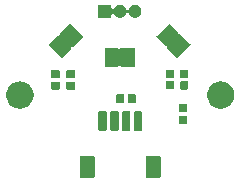
<source format=gbr>
G04 #@! TF.GenerationSoftware,KiCad,Pcbnew,(5.1.5-0-10_14)*
G04 #@! TF.CreationDate,2020-09-21T02:14:23+02:00*
G04 #@! TF.ProjectId,Encoder,456e636f-6465-4722-9e6b-696361645f70,rev?*
G04 #@! TF.SameCoordinates,Original*
G04 #@! TF.FileFunction,Soldermask,Top*
G04 #@! TF.FilePolarity,Negative*
%FSLAX46Y46*%
G04 Gerber Fmt 4.6, Leading zero omitted, Abs format (unit mm)*
G04 Created by KiCad (PCBNEW (5.1.5-0-10_14)) date 2020-09-21 02:14:23*
%MOMM*%
%LPD*%
G04 APERTURE LIST*
%ADD10C,0.100000*%
G04 APERTURE END LIST*
D10*
G36*
X120479242Y-98440404D02*
G01*
X120516337Y-98451657D01*
X120550515Y-98469925D01*
X120580481Y-98494519D01*
X120605075Y-98524485D01*
X120623343Y-98558663D01*
X120634596Y-98595758D01*
X120639000Y-98640474D01*
X120639000Y-100133526D01*
X120634596Y-100178242D01*
X120623343Y-100215337D01*
X120605075Y-100249515D01*
X120580481Y-100279481D01*
X120550515Y-100304075D01*
X120516337Y-100322343D01*
X120479242Y-100333596D01*
X120434526Y-100338000D01*
X119541474Y-100338000D01*
X119496758Y-100333596D01*
X119459663Y-100322343D01*
X119425485Y-100304075D01*
X119395519Y-100279481D01*
X119370925Y-100249515D01*
X119352657Y-100215337D01*
X119341404Y-100178242D01*
X119337000Y-100133526D01*
X119337000Y-98640474D01*
X119341404Y-98595758D01*
X119352657Y-98558663D01*
X119370925Y-98524485D01*
X119395519Y-98494519D01*
X119425485Y-98469925D01*
X119459663Y-98451657D01*
X119496758Y-98440404D01*
X119541474Y-98436000D01*
X120434526Y-98436000D01*
X120479242Y-98440404D01*
G37*
G36*
X114879242Y-98440404D02*
G01*
X114916337Y-98451657D01*
X114950515Y-98469925D01*
X114980481Y-98494519D01*
X115005075Y-98524485D01*
X115023343Y-98558663D01*
X115034596Y-98595758D01*
X115039000Y-98640474D01*
X115039000Y-100133526D01*
X115034596Y-100178242D01*
X115023343Y-100215337D01*
X115005075Y-100249515D01*
X114980481Y-100279481D01*
X114950515Y-100304075D01*
X114916337Y-100322343D01*
X114879242Y-100333596D01*
X114834526Y-100338000D01*
X113941474Y-100338000D01*
X113896758Y-100333596D01*
X113859663Y-100322343D01*
X113825485Y-100304075D01*
X113795519Y-100279481D01*
X113770925Y-100249515D01*
X113752657Y-100215337D01*
X113741404Y-100178242D01*
X113737000Y-100133526D01*
X113737000Y-98640474D01*
X113741404Y-98595758D01*
X113752657Y-98558663D01*
X113770925Y-98524485D01*
X113795519Y-98494519D01*
X113825485Y-98469925D01*
X113859663Y-98451657D01*
X113896758Y-98440404D01*
X113941474Y-98436000D01*
X114834526Y-98436000D01*
X114879242Y-98440404D01*
G37*
G36*
X118947928Y-94688764D02*
G01*
X118969009Y-94695160D01*
X118988445Y-94705548D01*
X119005476Y-94719524D01*
X119019452Y-94736555D01*
X119029840Y-94755991D01*
X119036236Y-94777072D01*
X119039000Y-94805140D01*
X119039000Y-96218860D01*
X119036236Y-96246928D01*
X119029840Y-96268009D01*
X119019452Y-96287445D01*
X119005476Y-96304476D01*
X118988445Y-96318452D01*
X118969009Y-96328840D01*
X118947928Y-96335236D01*
X118919860Y-96338000D01*
X118456140Y-96338000D01*
X118428072Y-96335236D01*
X118406991Y-96328840D01*
X118387555Y-96318452D01*
X118370524Y-96304476D01*
X118356548Y-96287445D01*
X118346160Y-96268009D01*
X118339764Y-96246928D01*
X118337000Y-96218860D01*
X118337000Y-94805140D01*
X118339764Y-94777072D01*
X118346160Y-94755991D01*
X118356548Y-94736555D01*
X118370524Y-94719524D01*
X118387555Y-94705548D01*
X118406991Y-94695160D01*
X118428072Y-94688764D01*
X118456140Y-94686000D01*
X118919860Y-94686000D01*
X118947928Y-94688764D01*
G37*
G36*
X117947928Y-94688764D02*
G01*
X117969009Y-94695160D01*
X117988445Y-94705548D01*
X118005476Y-94719524D01*
X118019452Y-94736555D01*
X118029840Y-94755991D01*
X118036236Y-94777072D01*
X118039000Y-94805140D01*
X118039000Y-96218860D01*
X118036236Y-96246928D01*
X118029840Y-96268009D01*
X118019452Y-96287445D01*
X118005476Y-96304476D01*
X117988445Y-96318452D01*
X117969009Y-96328840D01*
X117947928Y-96335236D01*
X117919860Y-96338000D01*
X117456140Y-96338000D01*
X117428072Y-96335236D01*
X117406991Y-96328840D01*
X117387555Y-96318452D01*
X117370524Y-96304476D01*
X117356548Y-96287445D01*
X117346160Y-96268009D01*
X117339764Y-96246928D01*
X117337000Y-96218860D01*
X117337000Y-94805140D01*
X117339764Y-94777072D01*
X117346160Y-94755991D01*
X117356548Y-94736555D01*
X117370524Y-94719524D01*
X117387555Y-94705548D01*
X117406991Y-94695160D01*
X117428072Y-94688764D01*
X117456140Y-94686000D01*
X117919860Y-94686000D01*
X117947928Y-94688764D01*
G37*
G36*
X116947928Y-94688764D02*
G01*
X116969009Y-94695160D01*
X116988445Y-94705548D01*
X117005476Y-94719524D01*
X117019452Y-94736555D01*
X117029840Y-94755991D01*
X117036236Y-94777072D01*
X117039000Y-94805140D01*
X117039000Y-96218860D01*
X117036236Y-96246928D01*
X117029840Y-96268009D01*
X117019452Y-96287445D01*
X117005476Y-96304476D01*
X116988445Y-96318452D01*
X116969009Y-96328840D01*
X116947928Y-96335236D01*
X116919860Y-96338000D01*
X116456140Y-96338000D01*
X116428072Y-96335236D01*
X116406991Y-96328840D01*
X116387555Y-96318452D01*
X116370524Y-96304476D01*
X116356548Y-96287445D01*
X116346160Y-96268009D01*
X116339764Y-96246928D01*
X116337000Y-96218860D01*
X116337000Y-94805140D01*
X116339764Y-94777072D01*
X116346160Y-94755991D01*
X116356548Y-94736555D01*
X116370524Y-94719524D01*
X116387555Y-94705548D01*
X116406991Y-94695160D01*
X116428072Y-94688764D01*
X116456140Y-94686000D01*
X116919860Y-94686000D01*
X116947928Y-94688764D01*
G37*
G36*
X115947928Y-94688764D02*
G01*
X115969009Y-94695160D01*
X115988445Y-94705548D01*
X116005476Y-94719524D01*
X116019452Y-94736555D01*
X116029840Y-94755991D01*
X116036236Y-94777072D01*
X116039000Y-94805140D01*
X116039000Y-96218860D01*
X116036236Y-96246928D01*
X116029840Y-96268009D01*
X116019452Y-96287445D01*
X116005476Y-96304476D01*
X115988445Y-96318452D01*
X115969009Y-96328840D01*
X115947928Y-96335236D01*
X115919860Y-96338000D01*
X115456140Y-96338000D01*
X115428072Y-96335236D01*
X115406991Y-96328840D01*
X115387555Y-96318452D01*
X115370524Y-96304476D01*
X115356548Y-96287445D01*
X115346160Y-96268009D01*
X115339764Y-96246928D01*
X115337000Y-96218860D01*
X115337000Y-94805140D01*
X115339764Y-94777072D01*
X115346160Y-94755991D01*
X115356548Y-94736555D01*
X115370524Y-94719524D01*
X115387555Y-94705548D01*
X115406991Y-94695160D01*
X115428072Y-94688764D01*
X115456140Y-94686000D01*
X115919860Y-94686000D01*
X115947928Y-94688764D01*
G37*
G36*
X122769938Y-95053716D02*
G01*
X122790557Y-95059971D01*
X122809553Y-95070124D01*
X122826208Y-95083792D01*
X122839876Y-95100447D01*
X122850029Y-95119443D01*
X122856284Y-95140062D01*
X122859000Y-95167640D01*
X122859000Y-95626360D01*
X122856284Y-95653938D01*
X122850029Y-95674557D01*
X122839876Y-95693553D01*
X122826208Y-95710208D01*
X122809553Y-95723876D01*
X122790557Y-95734029D01*
X122769938Y-95740284D01*
X122742360Y-95743000D01*
X122233640Y-95743000D01*
X122206062Y-95740284D01*
X122185443Y-95734029D01*
X122166447Y-95723876D01*
X122149792Y-95710208D01*
X122136124Y-95693553D01*
X122125971Y-95674557D01*
X122119716Y-95653938D01*
X122117000Y-95626360D01*
X122117000Y-95167640D01*
X122119716Y-95140062D01*
X122125971Y-95119443D01*
X122136124Y-95100447D01*
X122149792Y-95083792D01*
X122166447Y-95070124D01*
X122185443Y-95059971D01*
X122206062Y-95053716D01*
X122233640Y-95051000D01*
X122742360Y-95051000D01*
X122769938Y-95053716D01*
G37*
G36*
X122769938Y-94083716D02*
G01*
X122790557Y-94089971D01*
X122809553Y-94100124D01*
X122826208Y-94113792D01*
X122839876Y-94130447D01*
X122850029Y-94149443D01*
X122856284Y-94170062D01*
X122859000Y-94197640D01*
X122859000Y-94656360D01*
X122856284Y-94683938D01*
X122850029Y-94704557D01*
X122839876Y-94723553D01*
X122826208Y-94740208D01*
X122809553Y-94753876D01*
X122790557Y-94764029D01*
X122769938Y-94770284D01*
X122742360Y-94773000D01*
X122233640Y-94773000D01*
X122206062Y-94770284D01*
X122185443Y-94764029D01*
X122166447Y-94753876D01*
X122149792Y-94740208D01*
X122136124Y-94723553D01*
X122125971Y-94704557D01*
X122119716Y-94683938D01*
X122117000Y-94656360D01*
X122117000Y-94197640D01*
X122119716Y-94170062D01*
X122125971Y-94149443D01*
X122136124Y-94130447D01*
X122149792Y-94113792D01*
X122166447Y-94100124D01*
X122185443Y-94089971D01*
X122206062Y-94083716D01*
X122233640Y-94081000D01*
X122742360Y-94081000D01*
X122769938Y-94083716D01*
G37*
G36*
X125892706Y-92179169D02*
G01*
X126023734Y-92205232D01*
X126233203Y-92291997D01*
X126421720Y-92417960D01*
X126582040Y-92578280D01*
X126708003Y-92766797D01*
X126794768Y-92976266D01*
X126839000Y-93198636D01*
X126839000Y-93425364D01*
X126794768Y-93647734D01*
X126708003Y-93857203D01*
X126582040Y-94045720D01*
X126421720Y-94206040D01*
X126233203Y-94332003D01*
X126023734Y-94418768D01*
X125912549Y-94440884D01*
X125801365Y-94463000D01*
X125574635Y-94463000D01*
X125463451Y-94440884D01*
X125352266Y-94418768D01*
X125142797Y-94332003D01*
X124954280Y-94206040D01*
X124793960Y-94045720D01*
X124667997Y-93857203D01*
X124581232Y-93647734D01*
X124537000Y-93425364D01*
X124537000Y-93198636D01*
X124581232Y-92976266D01*
X124667997Y-92766797D01*
X124793960Y-92578280D01*
X124954280Y-92417960D01*
X125142797Y-92291997D01*
X125352266Y-92205232D01*
X125483294Y-92179169D01*
X125574635Y-92161000D01*
X125801365Y-92161000D01*
X125892706Y-92179169D01*
G37*
G36*
X108892706Y-92179169D02*
G01*
X109023734Y-92205232D01*
X109233203Y-92291997D01*
X109421720Y-92417960D01*
X109582040Y-92578280D01*
X109708003Y-92766797D01*
X109794768Y-92976266D01*
X109839000Y-93198636D01*
X109839000Y-93425364D01*
X109794768Y-93647734D01*
X109708003Y-93857203D01*
X109582040Y-94045720D01*
X109421720Y-94206040D01*
X109233203Y-94332003D01*
X109023734Y-94418768D01*
X108912549Y-94440884D01*
X108801365Y-94463000D01*
X108574635Y-94463000D01*
X108463451Y-94440884D01*
X108352266Y-94418768D01*
X108142797Y-94332003D01*
X107954280Y-94206040D01*
X107793960Y-94045720D01*
X107667997Y-93857203D01*
X107581232Y-93647734D01*
X107537000Y-93425364D01*
X107537000Y-93198636D01*
X107581232Y-92976266D01*
X107667997Y-92766797D01*
X107793960Y-92578280D01*
X107954280Y-92417960D01*
X108142797Y-92291997D01*
X108352266Y-92205232D01*
X108483294Y-92179169D01*
X108574635Y-92161000D01*
X108801365Y-92161000D01*
X108892706Y-92179169D01*
G37*
G36*
X117444938Y-93243716D02*
G01*
X117465557Y-93249971D01*
X117484553Y-93260124D01*
X117501208Y-93273792D01*
X117514876Y-93290447D01*
X117525029Y-93309443D01*
X117531284Y-93330062D01*
X117534000Y-93357640D01*
X117534000Y-93866360D01*
X117531284Y-93893938D01*
X117525029Y-93914557D01*
X117514876Y-93933553D01*
X117501208Y-93950208D01*
X117484553Y-93963876D01*
X117465557Y-93974029D01*
X117444938Y-93980284D01*
X117417360Y-93983000D01*
X116958640Y-93983000D01*
X116931062Y-93980284D01*
X116910443Y-93974029D01*
X116891447Y-93963876D01*
X116874792Y-93950208D01*
X116861124Y-93933553D01*
X116850971Y-93914557D01*
X116844716Y-93893938D01*
X116842000Y-93866360D01*
X116842000Y-93357640D01*
X116844716Y-93330062D01*
X116850971Y-93309443D01*
X116861124Y-93290447D01*
X116874792Y-93273792D01*
X116891447Y-93260124D01*
X116910443Y-93249971D01*
X116931062Y-93243716D01*
X116958640Y-93241000D01*
X117417360Y-93241000D01*
X117444938Y-93243716D01*
G37*
G36*
X118414938Y-93243716D02*
G01*
X118435557Y-93249971D01*
X118454553Y-93260124D01*
X118471208Y-93273792D01*
X118484876Y-93290447D01*
X118495029Y-93309443D01*
X118501284Y-93330062D01*
X118504000Y-93357640D01*
X118504000Y-93866360D01*
X118501284Y-93893938D01*
X118495029Y-93914557D01*
X118484876Y-93933553D01*
X118471208Y-93950208D01*
X118454553Y-93963876D01*
X118435557Y-93974029D01*
X118414938Y-93980284D01*
X118387360Y-93983000D01*
X117928640Y-93983000D01*
X117901062Y-93980284D01*
X117880443Y-93974029D01*
X117861447Y-93963876D01*
X117844792Y-93950208D01*
X117831124Y-93933553D01*
X117820971Y-93914557D01*
X117814716Y-93893938D01*
X117812000Y-93866360D01*
X117812000Y-93357640D01*
X117814716Y-93330062D01*
X117820971Y-93309443D01*
X117831124Y-93290447D01*
X117844792Y-93273792D01*
X117861447Y-93260124D01*
X117880443Y-93249971D01*
X117901062Y-93243716D01*
X117928640Y-93241000D01*
X118387360Y-93241000D01*
X118414938Y-93243716D01*
G37*
G36*
X113269938Y-92168716D02*
G01*
X113290557Y-92174971D01*
X113309553Y-92185124D01*
X113326208Y-92198792D01*
X113339876Y-92215447D01*
X113350029Y-92234443D01*
X113356284Y-92255062D01*
X113359000Y-92282640D01*
X113359000Y-92741360D01*
X113356284Y-92768938D01*
X113350029Y-92789557D01*
X113339876Y-92808553D01*
X113326208Y-92825208D01*
X113309553Y-92838876D01*
X113290557Y-92849029D01*
X113269938Y-92855284D01*
X113242360Y-92858000D01*
X112733640Y-92858000D01*
X112706062Y-92855284D01*
X112685443Y-92849029D01*
X112666447Y-92838876D01*
X112649792Y-92825208D01*
X112636124Y-92808553D01*
X112625971Y-92789557D01*
X112619716Y-92768938D01*
X112617000Y-92741360D01*
X112617000Y-92282640D01*
X112619716Y-92255062D01*
X112625971Y-92234443D01*
X112636124Y-92215447D01*
X112649792Y-92198792D01*
X112666447Y-92185124D01*
X112685443Y-92174971D01*
X112706062Y-92168716D01*
X112733640Y-92166000D01*
X113242360Y-92166000D01*
X113269938Y-92168716D01*
G37*
G36*
X111969938Y-92168716D02*
G01*
X111990557Y-92174971D01*
X112009553Y-92185124D01*
X112026208Y-92198792D01*
X112039876Y-92215447D01*
X112050029Y-92234443D01*
X112056284Y-92255062D01*
X112059000Y-92282640D01*
X112059000Y-92741360D01*
X112056284Y-92768938D01*
X112050029Y-92789557D01*
X112039876Y-92808553D01*
X112026208Y-92825208D01*
X112009553Y-92838876D01*
X111990557Y-92849029D01*
X111969938Y-92855284D01*
X111942360Y-92858000D01*
X111433640Y-92858000D01*
X111406062Y-92855284D01*
X111385443Y-92849029D01*
X111366447Y-92838876D01*
X111349792Y-92825208D01*
X111336124Y-92808553D01*
X111325971Y-92789557D01*
X111319716Y-92768938D01*
X111317000Y-92741360D01*
X111317000Y-92282640D01*
X111319716Y-92255062D01*
X111325971Y-92234443D01*
X111336124Y-92215447D01*
X111349792Y-92198792D01*
X111366447Y-92185124D01*
X111385443Y-92174971D01*
X111406062Y-92168716D01*
X111433640Y-92166000D01*
X111942360Y-92166000D01*
X111969938Y-92168716D01*
G37*
G36*
X122869938Y-92153716D02*
G01*
X122890557Y-92159971D01*
X122909553Y-92170124D01*
X122926208Y-92183792D01*
X122939876Y-92200447D01*
X122950029Y-92219443D01*
X122956284Y-92240062D01*
X122959000Y-92267640D01*
X122959000Y-92726360D01*
X122956284Y-92753938D01*
X122950029Y-92774557D01*
X122939876Y-92793553D01*
X122926208Y-92810208D01*
X122909553Y-92823876D01*
X122890557Y-92834029D01*
X122869938Y-92840284D01*
X122842360Y-92843000D01*
X122333640Y-92843000D01*
X122306062Y-92840284D01*
X122285443Y-92834029D01*
X122266447Y-92823876D01*
X122249792Y-92810208D01*
X122236124Y-92793553D01*
X122225971Y-92774557D01*
X122219716Y-92753938D01*
X122217000Y-92726360D01*
X122217000Y-92267640D01*
X122219716Y-92240062D01*
X122225971Y-92219443D01*
X122236124Y-92200447D01*
X122249792Y-92183792D01*
X122266447Y-92170124D01*
X122285443Y-92159971D01*
X122306062Y-92153716D01*
X122333640Y-92151000D01*
X122842360Y-92151000D01*
X122869938Y-92153716D01*
G37*
G36*
X121669938Y-92138716D02*
G01*
X121690557Y-92144971D01*
X121709553Y-92155124D01*
X121726208Y-92168792D01*
X121739876Y-92185447D01*
X121750029Y-92204443D01*
X121756284Y-92225062D01*
X121759000Y-92252640D01*
X121759000Y-92711360D01*
X121756284Y-92738938D01*
X121750029Y-92759557D01*
X121739876Y-92778553D01*
X121726208Y-92795208D01*
X121709553Y-92808876D01*
X121690557Y-92819029D01*
X121669938Y-92825284D01*
X121642360Y-92828000D01*
X121133640Y-92828000D01*
X121106062Y-92825284D01*
X121085443Y-92819029D01*
X121066447Y-92808876D01*
X121049792Y-92795208D01*
X121036124Y-92778553D01*
X121025971Y-92759557D01*
X121019716Y-92738938D01*
X121017000Y-92711360D01*
X121017000Y-92252640D01*
X121019716Y-92225062D01*
X121025971Y-92204443D01*
X121036124Y-92185447D01*
X121049792Y-92168792D01*
X121066447Y-92155124D01*
X121085443Y-92144971D01*
X121106062Y-92138716D01*
X121133640Y-92136000D01*
X121642360Y-92136000D01*
X121669938Y-92138716D01*
G37*
G36*
X113269938Y-91198716D02*
G01*
X113290557Y-91204971D01*
X113309553Y-91215124D01*
X113326208Y-91228792D01*
X113339876Y-91245447D01*
X113350029Y-91264443D01*
X113356284Y-91285062D01*
X113359000Y-91312640D01*
X113359000Y-91771360D01*
X113356284Y-91798938D01*
X113350029Y-91819557D01*
X113339876Y-91838553D01*
X113326208Y-91855208D01*
X113309553Y-91868876D01*
X113290557Y-91879029D01*
X113269938Y-91885284D01*
X113242360Y-91888000D01*
X112733640Y-91888000D01*
X112706062Y-91885284D01*
X112685443Y-91879029D01*
X112666447Y-91868876D01*
X112649792Y-91855208D01*
X112636124Y-91838553D01*
X112625971Y-91819557D01*
X112619716Y-91798938D01*
X112617000Y-91771360D01*
X112617000Y-91312640D01*
X112619716Y-91285062D01*
X112625971Y-91264443D01*
X112636124Y-91245447D01*
X112649792Y-91228792D01*
X112666447Y-91215124D01*
X112685443Y-91204971D01*
X112706062Y-91198716D01*
X112733640Y-91196000D01*
X113242360Y-91196000D01*
X113269938Y-91198716D01*
G37*
G36*
X111969938Y-91198716D02*
G01*
X111990557Y-91204971D01*
X112009553Y-91215124D01*
X112026208Y-91228792D01*
X112039876Y-91245447D01*
X112050029Y-91264443D01*
X112056284Y-91285062D01*
X112059000Y-91312640D01*
X112059000Y-91771360D01*
X112056284Y-91798938D01*
X112050029Y-91819557D01*
X112039876Y-91838553D01*
X112026208Y-91855208D01*
X112009553Y-91868876D01*
X111990557Y-91879029D01*
X111969938Y-91885284D01*
X111942360Y-91888000D01*
X111433640Y-91888000D01*
X111406062Y-91885284D01*
X111385443Y-91879029D01*
X111366447Y-91868876D01*
X111349792Y-91855208D01*
X111336124Y-91838553D01*
X111325971Y-91819557D01*
X111319716Y-91798938D01*
X111317000Y-91771360D01*
X111317000Y-91312640D01*
X111319716Y-91285062D01*
X111325971Y-91264443D01*
X111336124Y-91245447D01*
X111349792Y-91228792D01*
X111366447Y-91215124D01*
X111385443Y-91204971D01*
X111406062Y-91198716D01*
X111433640Y-91196000D01*
X111942360Y-91196000D01*
X111969938Y-91198716D01*
G37*
G36*
X122869938Y-91183716D02*
G01*
X122890557Y-91189971D01*
X122909553Y-91200124D01*
X122926208Y-91213792D01*
X122939876Y-91230447D01*
X122950029Y-91249443D01*
X122956284Y-91270062D01*
X122959000Y-91297640D01*
X122959000Y-91756360D01*
X122956284Y-91783938D01*
X122950029Y-91804557D01*
X122939876Y-91823553D01*
X122926208Y-91840208D01*
X122909553Y-91853876D01*
X122890557Y-91864029D01*
X122869938Y-91870284D01*
X122842360Y-91873000D01*
X122333640Y-91873000D01*
X122306062Y-91870284D01*
X122285443Y-91864029D01*
X122266447Y-91853876D01*
X122249792Y-91840208D01*
X122236124Y-91823553D01*
X122225971Y-91804557D01*
X122219716Y-91783938D01*
X122217000Y-91756360D01*
X122217000Y-91297640D01*
X122219716Y-91270062D01*
X122225971Y-91249443D01*
X122236124Y-91230447D01*
X122249792Y-91213792D01*
X122266447Y-91200124D01*
X122285443Y-91189971D01*
X122306062Y-91183716D01*
X122333640Y-91181000D01*
X122842360Y-91181000D01*
X122869938Y-91183716D01*
G37*
G36*
X121669938Y-91168716D02*
G01*
X121690557Y-91174971D01*
X121709553Y-91185124D01*
X121726208Y-91198792D01*
X121739876Y-91215447D01*
X121750029Y-91234443D01*
X121756284Y-91255062D01*
X121759000Y-91282640D01*
X121759000Y-91741360D01*
X121756284Y-91768938D01*
X121750029Y-91789557D01*
X121739876Y-91808553D01*
X121726208Y-91825208D01*
X121709553Y-91838876D01*
X121690557Y-91849029D01*
X121669938Y-91855284D01*
X121642360Y-91858000D01*
X121133640Y-91858000D01*
X121106062Y-91855284D01*
X121085443Y-91849029D01*
X121066447Y-91838876D01*
X121049792Y-91825208D01*
X121036124Y-91808553D01*
X121025971Y-91789557D01*
X121019716Y-91768938D01*
X121017000Y-91741360D01*
X121017000Y-91282640D01*
X121019716Y-91255062D01*
X121025971Y-91234443D01*
X121036124Y-91215447D01*
X121049792Y-91198792D01*
X121066447Y-91185124D01*
X121085443Y-91174971D01*
X121106062Y-91168716D01*
X121133640Y-91166000D01*
X121642360Y-91166000D01*
X121669938Y-91168716D01*
G37*
G36*
X116972999Y-89311737D02*
G01*
X116982608Y-89314652D01*
X116991472Y-89319390D01*
X116999212Y-89325742D01*
X116999213Y-89325743D01*
X116999237Y-89325763D01*
X117005640Y-89333573D01*
X117005677Y-89333628D01*
X117013480Y-89343147D01*
X117013511Y-89343122D01*
X117024853Y-89356972D01*
X117043779Y-89372537D01*
X117065377Y-89384111D01*
X117088819Y-89391249D01*
X117113202Y-89393676D01*
X117137591Y-89391300D01*
X117161047Y-89384211D01*
X117182670Y-89372682D01*
X117201628Y-89357157D01*
X117217193Y-89338231D01*
X117219029Y-89335175D01*
X117220418Y-89333486D01*
X117220419Y-89333484D01*
X117226801Y-89325725D01*
X117234573Y-89319360D01*
X117234575Y-89319358D01*
X117240483Y-89316209D01*
X117243438Y-89314633D01*
X117253055Y-89311727D01*
X117253085Y-89311718D01*
X117269113Y-89310148D01*
X118406860Y-89310148D01*
X118422999Y-89311737D01*
X118432608Y-89314652D01*
X118441472Y-89319390D01*
X118449237Y-89325763D01*
X118455610Y-89333528D01*
X118460348Y-89342392D01*
X118463263Y-89352001D01*
X118464852Y-89368140D01*
X118464852Y-90855860D01*
X118463263Y-90871999D01*
X118460348Y-90881608D01*
X118455610Y-90890472D01*
X118449237Y-90898237D01*
X118441472Y-90904610D01*
X118432608Y-90909348D01*
X118422999Y-90912263D01*
X118406860Y-90913852D01*
X117269140Y-90913852D01*
X117253001Y-90912263D01*
X117243392Y-90909348D01*
X117234528Y-90904610D01*
X117226763Y-90898237D01*
X117216116Y-90885263D01*
X117209947Y-90876032D01*
X117192619Y-90858706D01*
X117172244Y-90845093D01*
X117149605Y-90835717D01*
X117125572Y-90830937D01*
X117101068Y-90830938D01*
X117077035Y-90835720D01*
X117054396Y-90845098D01*
X117034022Y-90858713D01*
X117016696Y-90876041D01*
X117009825Y-90885317D01*
X117005640Y-90890427D01*
X116999275Y-90898199D01*
X116991516Y-90904581D01*
X116982661Y-90909326D01*
X116979623Y-90910251D01*
X116973085Y-90912242D01*
X116973082Y-90912242D01*
X116973050Y-90912252D01*
X116963000Y-90913247D01*
X116962935Y-90913247D01*
X116956825Y-90913852D01*
X115969140Y-90913852D01*
X115953001Y-90912263D01*
X115943392Y-90909348D01*
X115934528Y-90904610D01*
X115926763Y-90898237D01*
X115920390Y-90890472D01*
X115915652Y-90881608D01*
X115912737Y-90871999D01*
X115911148Y-90855860D01*
X115911148Y-89368140D01*
X115912737Y-89352001D01*
X115915652Y-89342392D01*
X115920390Y-89333528D01*
X115926763Y-89325763D01*
X115934528Y-89319390D01*
X115943392Y-89314652D01*
X115953001Y-89311737D01*
X115969140Y-89310148D01*
X116956860Y-89310148D01*
X116972999Y-89311737D01*
G37*
G36*
X121362124Y-87265202D02*
G01*
X121371733Y-87268117D01*
X121380597Y-87272855D01*
X121393132Y-87283142D01*
X122091554Y-87981564D01*
X122101841Y-87994099D01*
X122106579Y-88002963D01*
X122109494Y-88012572D01*
X122110475Y-88022537D01*
X122110478Y-88022571D01*
X122109483Y-88032621D01*
X122109470Y-88032685D01*
X122108257Y-88044938D01*
X122108296Y-88044942D01*
X122106523Y-88062743D01*
X122108898Y-88087131D01*
X122115985Y-88110588D01*
X122127512Y-88132212D01*
X122143036Y-88151171D01*
X122161961Y-88166737D01*
X122183558Y-88178313D01*
X122206999Y-88185452D01*
X122231383Y-88187881D01*
X122249130Y-88185269D01*
X122249165Y-88185624D01*
X122261417Y-88184430D01*
X122261418Y-88184430D01*
X122271417Y-88183456D01*
X122271419Y-88183456D01*
X122281413Y-88184450D01*
X122288780Y-88186694D01*
X122291024Y-88187377D01*
X122299879Y-88192122D01*
X122299882Y-88192125D01*
X122299907Y-88192138D01*
X122312346Y-88202356D01*
X123116858Y-89006868D01*
X123127145Y-89019403D01*
X123131883Y-89028267D01*
X123134798Y-89037876D01*
X123135782Y-89047875D01*
X123134798Y-89057874D01*
X123131883Y-89067483D01*
X123127145Y-89076347D01*
X123116858Y-89088882D01*
X122064882Y-90140858D01*
X122052347Y-90151145D01*
X122043483Y-90155883D01*
X122033874Y-90158798D01*
X122023875Y-90159782D01*
X122013876Y-90158798D01*
X122004267Y-90155883D01*
X121995403Y-90151145D01*
X121982868Y-90140858D01*
X121178380Y-89336370D01*
X121168093Y-89323835D01*
X121163355Y-89314971D01*
X121160440Y-89305362D01*
X121159456Y-89295363D01*
X121161100Y-89278662D01*
X121163265Y-89267784D01*
X121163267Y-89243280D01*
X121158488Y-89219247D01*
X121149112Y-89196607D01*
X121135499Y-89176232D01*
X121118173Y-89158904D01*
X121097800Y-89145289D01*
X121075161Y-89135911D01*
X121051128Y-89131129D01*
X121026624Y-89131127D01*
X121015170Y-89132832D01*
X120998627Y-89134478D01*
X120998625Y-89134478D01*
X120995292Y-89134153D01*
X120988622Y-89133504D01*
X120979011Y-89130599D01*
X120970175Y-89125888D01*
X120970173Y-89125887D01*
X120970144Y-89125871D01*
X120962334Y-89119468D01*
X120962291Y-89119425D01*
X120957541Y-89115531D01*
X120259142Y-88417132D01*
X120248855Y-88404597D01*
X120244117Y-88395733D01*
X120241202Y-88386124D01*
X120240218Y-88376125D01*
X120241202Y-88366126D01*
X120244117Y-88356517D01*
X120248855Y-88347653D01*
X120259142Y-88335118D01*
X121311118Y-87283142D01*
X121323653Y-87272855D01*
X121332517Y-87268117D01*
X121342126Y-87265202D01*
X121352125Y-87264218D01*
X121362124Y-87265202D01*
G37*
G36*
X112933874Y-87265202D02*
G01*
X112943483Y-87268117D01*
X112952347Y-87272855D01*
X112964882Y-87283142D01*
X114016858Y-88335118D01*
X114027145Y-88347653D01*
X114031883Y-88356517D01*
X114034798Y-88366126D01*
X114035782Y-88376125D01*
X114034798Y-88386124D01*
X114031883Y-88395733D01*
X114027145Y-88404597D01*
X114016858Y-88417132D01*
X113212370Y-89221620D01*
X113199835Y-89231907D01*
X113190971Y-89236645D01*
X113181362Y-89239560D01*
X113171363Y-89240544D01*
X113154662Y-89238900D01*
X113143784Y-89236735D01*
X113119280Y-89236733D01*
X113095247Y-89241512D01*
X113072607Y-89250888D01*
X113052232Y-89264501D01*
X113034904Y-89281827D01*
X113021289Y-89302200D01*
X113011911Y-89324839D01*
X113007129Y-89348872D01*
X113007127Y-89373376D01*
X113008832Y-89384830D01*
X113010478Y-89401373D01*
X113009504Y-89411378D01*
X113006599Y-89420989D01*
X113006598Y-89420991D01*
X113001871Y-89429856D01*
X112995468Y-89437666D01*
X112995425Y-89437709D01*
X112991531Y-89442459D01*
X112293132Y-90140858D01*
X112280597Y-90151145D01*
X112271733Y-90155883D01*
X112262124Y-90158798D01*
X112252125Y-90159782D01*
X112242126Y-90158798D01*
X112232517Y-90155883D01*
X112223653Y-90151145D01*
X112211118Y-90140858D01*
X111159142Y-89088882D01*
X111148855Y-89076347D01*
X111144117Y-89067483D01*
X111141202Y-89057874D01*
X111140218Y-89047875D01*
X111141202Y-89037876D01*
X111144117Y-89028267D01*
X111148855Y-89019403D01*
X111159142Y-89006868D01*
X111857564Y-88308446D01*
X111870099Y-88298159D01*
X111878963Y-88293421D01*
X111888572Y-88290506D01*
X111898537Y-88289525D01*
X111898539Y-88289525D01*
X111898571Y-88289522D01*
X111908621Y-88290517D01*
X111908685Y-88290530D01*
X111920938Y-88291743D01*
X111920942Y-88291704D01*
X111938743Y-88293477D01*
X111963131Y-88291102D01*
X111986588Y-88284015D01*
X112008212Y-88272488D01*
X112027171Y-88256964D01*
X112042737Y-88238039D01*
X112054313Y-88216442D01*
X112061452Y-88193001D01*
X112063881Y-88168617D01*
X112061269Y-88150870D01*
X112061624Y-88150835D01*
X112059810Y-88132212D01*
X112059456Y-88128583D01*
X112059456Y-88128581D01*
X112060450Y-88118587D01*
X112063377Y-88108977D01*
X112063377Y-88108976D01*
X112068122Y-88100121D01*
X112068125Y-88100118D01*
X112068138Y-88100093D01*
X112078356Y-88087654D01*
X112882868Y-87283142D01*
X112895403Y-87272855D01*
X112904267Y-87268117D01*
X112913876Y-87265202D01*
X112923875Y-87264218D01*
X112933874Y-87265202D01*
G37*
G36*
X116439000Y-85884218D02*
G01*
X116441402Y-85908604D01*
X116448515Y-85932053D01*
X116460066Y-85953664D01*
X116475611Y-85972606D01*
X116494553Y-85988151D01*
X116516164Y-85999702D01*
X116539613Y-86006815D01*
X116563999Y-86009217D01*
X116588385Y-86006815D01*
X116611834Y-85999702D01*
X116633445Y-85988151D01*
X116652387Y-85972606D01*
X116667932Y-85953664D01*
X116730009Y-85860760D01*
X116730010Y-85860758D01*
X116806758Y-85784010D01*
X116897004Y-85723710D01*
X116897005Y-85723709D01*
X116997279Y-85682174D01*
X117103730Y-85661000D01*
X117212270Y-85661000D01*
X117318721Y-85682174D01*
X117418995Y-85723709D01*
X117418996Y-85723710D01*
X117509242Y-85784010D01*
X117585990Y-85860758D01*
X117585991Y-85860760D01*
X117646291Y-85951005D01*
X117677516Y-86026389D01*
X117689067Y-86048000D01*
X117704612Y-86066941D01*
X117723554Y-86082487D01*
X117745165Y-86094038D01*
X117768614Y-86101151D01*
X117793000Y-86103553D01*
X117817386Y-86101151D01*
X117840835Y-86094038D01*
X117862446Y-86082487D01*
X117881387Y-86066942D01*
X117896933Y-86048000D01*
X117908484Y-86026389D01*
X117939709Y-85951005D01*
X118000009Y-85860760D01*
X118000010Y-85860758D01*
X118076758Y-85784010D01*
X118167004Y-85723710D01*
X118167005Y-85723709D01*
X118267279Y-85682174D01*
X118373730Y-85661000D01*
X118482270Y-85661000D01*
X118588721Y-85682174D01*
X118688995Y-85723709D01*
X118688996Y-85723710D01*
X118779242Y-85784010D01*
X118855990Y-85860758D01*
X118855991Y-85860760D01*
X118916291Y-85951005D01*
X118957826Y-86051279D01*
X118979000Y-86157730D01*
X118979000Y-86266270D01*
X118957826Y-86372721D01*
X118916291Y-86472995D01*
X118916290Y-86472996D01*
X118855990Y-86563242D01*
X118779242Y-86639990D01*
X118733812Y-86670345D01*
X118688995Y-86700291D01*
X118588721Y-86741826D01*
X118482270Y-86763000D01*
X118373730Y-86763000D01*
X118267279Y-86741826D01*
X118167005Y-86700291D01*
X118122188Y-86670345D01*
X118076758Y-86639990D01*
X118000010Y-86563242D01*
X117939710Y-86472996D01*
X117939709Y-86472995D01*
X117908484Y-86397611D01*
X117896933Y-86376000D01*
X117881388Y-86357059D01*
X117862446Y-86341513D01*
X117840835Y-86329962D01*
X117817386Y-86322849D01*
X117793000Y-86320447D01*
X117768614Y-86322849D01*
X117745165Y-86329962D01*
X117723554Y-86341513D01*
X117704613Y-86357058D01*
X117689067Y-86376000D01*
X117677516Y-86397611D01*
X117646291Y-86472995D01*
X117646290Y-86472996D01*
X117585990Y-86563242D01*
X117509242Y-86639990D01*
X117463812Y-86670345D01*
X117418995Y-86700291D01*
X117318721Y-86741826D01*
X117212270Y-86763000D01*
X117103730Y-86763000D01*
X116997279Y-86741826D01*
X116897005Y-86700291D01*
X116852188Y-86670345D01*
X116806758Y-86639990D01*
X116730010Y-86563242D01*
X116709012Y-86531816D01*
X116667932Y-86470336D01*
X116652386Y-86451394D01*
X116633444Y-86435849D01*
X116611833Y-86424298D01*
X116588385Y-86417185D01*
X116563998Y-86414783D01*
X116539612Y-86417185D01*
X116516163Y-86424298D01*
X116494553Y-86435849D01*
X116475611Y-86451395D01*
X116460066Y-86470337D01*
X116448515Y-86491948D01*
X116441402Y-86515396D01*
X116439000Y-86539782D01*
X116439000Y-86763000D01*
X115337000Y-86763000D01*
X115337000Y-85661000D01*
X116439000Y-85661000D01*
X116439000Y-85884218D01*
G37*
M02*

</source>
